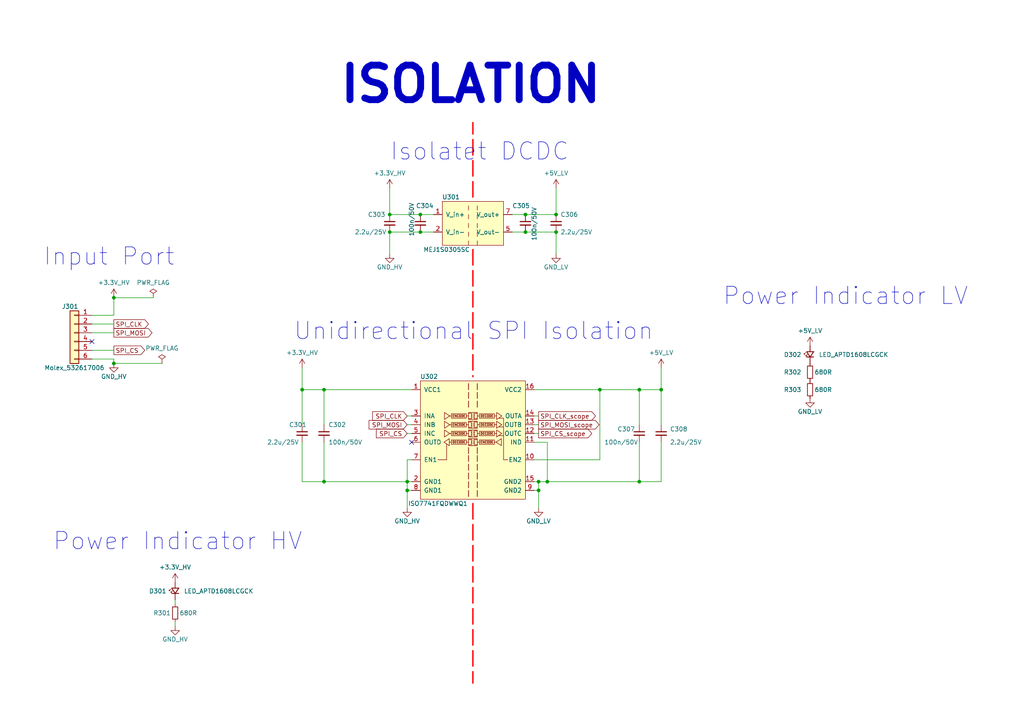
<source format=kicad_sch>
(kicad_sch (version 20211123) (generator eeschema)
  (paper "A4")
  (title_block (title "Isolation") (date "2021-11-12") (rev "V0.1") (company "PADERBORN UNIVERSITY DEPARTMENT OF POWER ELECTRONICS AND ELECTRICAL DRIVES"))
  (lib_symbols
    (symbol "LEA_SymbolLibrary:+3.3V_HV" (power) (pin_numbers hide) (pin_names (offset 0))
      (property "Value" "LEA_SymbolLibrary_+3.3V_HV" (at 0 5.08 0))
      (symbol "+3.3V_HV_1_1"
        (polyline (pts (xy -0.762 1.27) (xy 0 2.54)))
        (polyline (pts (xy 0 0) (xy 0 2.54)))
        (polyline (pts (xy 0 2.54) (xy 0.762 1.27)))
        (pin power_in line (at 0 0 90) (length 0) hide (name "+3.3V_HV") (number "1"))
      )
    )
    (symbol "LEA_SymbolLibrary:+5V_LV" (power) (pin_numbers hide) (pin_names (offset 0))
      (property "Value" "LEA_SymbolLibrary_+5V_LV" (at 0 5.08 0))
      (symbol "+5V_LV_1_1"
        (polyline (pts (xy -0.762 1.27) (xy 0 2.54)))
        (polyline (pts (xy 0 0) (xy 0 2.54)))
        (polyline (pts (xy 0 2.54) (xy 0.762 1.27)))
        (pin power_in line (at 0 0 90) (length 0) hide (name "+5V_LV") (number "1"))
      )
    )
    (symbol "LEA_SymbolLibrary:C_0603_100n_X5R_10P__50V" (pin_numbers hide) (pin_names (offset 0.254) hide)
      (property "Reference" "R" (at 0.762 0.508 0))
      (property "Value" "C_0603_100n_X5R_10P__50V" (at 0.762 -1.016 0))
      (symbol "C_0603_100n_X5R_10P__50V_0_1"
        (polyline (pts (xy -1.524 -0.508) (xy 1.524 -0.508)) (stroke (width 0.3302)))
        (polyline (pts (xy -1.524 0.508) (xy 1.524 0.508)) (stroke (width 0.3048)))
      )
      (symbol "C_0603_100n_X5R_10P__50V_1_1"
        (pin passive line (at 0 2.54 270) (length 2.032) (name "1") (number "1"))
        (pin passive line (at 0 -2.54 90) (length 2.032) (name "2") (number "2"))
      )
    )
    (symbol "LEA_SymbolLibrary:C_0603__2u2_X5R_10P__35V" (pin_numbers hide) (pin_names (offset 0.254) hide)
      (property "Reference" "R" (at 0.762 0.508 0))
      (property "Value" "C_0603__2u2_X5R_10P__35V" (at 0.762 -1.016 0))
      (symbol "C_0603__2u2_X5R_10P__35V_0_1"
        (polyline (pts (xy -1.524 -0.508) (xy 1.524 -0.508)) (stroke (width 0.3302)))
        (polyline (pts (xy -1.524 0.508) (xy 1.524 0.508)) (stroke (width 0.3048)))
      )
      (symbol "C_0603__2u2_X5R_10P__35V_1_1"
        (pin passive line (at 0 2.54 270) (length 2.032) (name "1") (number "1"))
        (pin passive line (at 0 -2.54 90) (length 2.032) (name "2") (number "2"))
      )
    )
    (symbol "LEA_SymbolLibrary:Con_Molex_532617006" (pin_names (offset 1.016) hide)
      (property "Reference" "J" (at -1.27 2.54 0))
      (property "Value" "Con_Molex_532617006" (at 0 -15.24 0))
      (symbol "Con_Molex_532617006_1_1"
        (rectangle (start 1.27 -12.573) (end 0 -12.827) (stroke (width 0.1524)))
        (rectangle (start 1.27 -10.033) (end 0 -10.287) (stroke (width 0.1524)))
        (rectangle (start 1.27 -7.493) (end 0 -7.747) (stroke (width 0.1524)))
        (rectangle (start 1.27 -4.953) (end 0 -5.207) (stroke (width 0.1524)))
        (rectangle (start 1.27 -2.413) (end 0 -2.667) (stroke (width 0.1524)))
        (rectangle (start 1.27 0.127) (end 0 -0.127) (stroke (width 0.1524)))
        (rectangle (start 1.27 1.27) (end -1.27 -13.97) (stroke (width 0.254)) (fill (type background)))
        (pin passive line (at 5.08 0 180) (length 3.81) (name "Pin_1") (number "1"))
        (pin passive line (at 5.08 -2.54 180) (length 3.81) (name "Pin_2") (number "2"))
        (pin passive line (at 5.08 -5.08 180) (length 3.81) (name "Pin_3") (number "3"))
        (pin passive line (at 5.08 -7.62 180) (length 3.81) (name "Pin_4") (number "4"))
        (pin passive line (at 5.08 -10.16 180) (length 3.81) (name "Pin_5") (number "5"))
        (pin passive line (at 5.08 -12.7 180) (length 3.81) (name "Pin_6") (number "6"))
      )
    )
    (symbol "LEA_SymbolLibrary:DCDC_3V3_5V0_MEJ1S0305SC" (pin_names (offset 1.016))
      (property "Reference" "IC" (at -7.62 8.89 0))
      (property "Value" "DCDC_3V3_5V0_MEJ1S0305SC" (at -2.54 -6.35 0))
      (symbol "DCDC_3V3_5V0_MEJ1S0305SC_1_1"
        (rectangle (start -8.89 7.62) (end 8.89 -5.08) (fill (type background)))
        (rectangle (start -1.27 -3.81) (end -1.27 -5.08))
        (rectangle (start -1.27 -1.27) (end -1.27 -2.54))
        (rectangle (start -1.27 1.27) (end -1.27 0))
        (rectangle (start -1.27 3.81) (end -1.27 2.54))
        (rectangle (start -1.27 6.35) (end -1.27 5.08))
        (rectangle (start 1.27 -3.81) (end 1.27 -5.08))
        (rectangle (start 1.27 -1.27) (end 1.27 -2.54))
        (rectangle (start 1.27 1.27) (end 1.27 0))
        (rectangle (start 1.27 3.81) (end 1.27 2.54))
        (rectangle (start 1.27 6.35) (end 1.27 5.08))
        (pin power_in line (at -11.43 3.81 0) (length 2.54) (name "V_in+") (number "1"))
        (pin power_in line (at -11.43 -1.27 0) (length 2.54) (name "V_in-") (number "2"))
        (pin power_out line (at 11.43 -1.27 180) (length 2.54) (name "V_out-") (number "5"))
        (pin power_out line (at 11.43 3.81 180) (length 2.54) (name "V_out+") (number "7"))
      )
    )
    (symbol "LEA_SymbolLibrary:GND_HV" (power) (pin_numbers hide) (pin_names (offset 0))
      (property "Value" "LEA_SymbolLibrary_GND_HV" (at -2.54 5.08 0))
      (symbol "GND_HV_1_1"
        (polyline (pts (xy 0 0) (xy 0 -1.27) (xy 1.27 -1.27) (xy 0 -2.54) (xy -1.27 -1.27) (xy 0 -1.27)))
        (pin power_in line (at 0 0 90) (length 0) hide (name "GND_HV") (number "1"))
      )
    )
    (symbol "LEA_SymbolLibrary:GND_LV" (power) (pin_numbers hide) (pin_names (offset 0))
      (property "Value" "LEA_SymbolLibrary_GND_LV" (at -2.54 5.08 0))
      (symbol "GND_LV_1_1"
        (polyline (pts (xy 0 0) (xy 0 -1.27) (xy 1.27 -1.27) (xy 0 -2.54) (xy -1.27 -1.27) (xy 0 -1.27)))
        (pin power_in line (at 0 0 90) (length 0) hide (name "GND_LV") (number "1"))
      )
    )
    (symbol "LEA_SymbolLibrary:ISO_ISO7741FQDWWQ1" (pin_names (offset 1.016))
      (property "Reference" "IC" (at -14.224 15.24 0))
      (property "Value" "ISO_ISO7741FQDWWQ1" (at -6.858 -21.844 0))
      (symbol "ISO_ISO7741FQDWWQ1_0_1"
        (rectangle (start -15.24 13.97) (end 15.24 -20.32) (fill (type background)))
        (rectangle (start -10.16 -8.89) (end -7.62 -8.89))
        (rectangle (start -7.62 -8.89) (end -7.62 -5.08))
        (rectangle (start -7.62 -5.08) (end -7.62 -4.318))
        (polyline (pts (xy 10.16 -8.89) (xy 8.89 -8.89) (xy 8.89 -1.905) (xy 7.62 -1.905) (xy 8.89 -1.905) (xy 8.89 0.635) (xy 7.62 0.635) (xy 8.89 0.635) (xy 8.89 3.175) (xy 7.62 3.175)))
      )
      (symbol "ISO_ISO7741FQDWWQ1_1_1"
        (rectangle (start -1.905 -3.1496) (end -6.223 -4.4196))
        (rectangle (start -1.905 -0.635) (end -6.223 -1.905))
        (rectangle (start -1.905 1.905) (end -6.223 0.635))
        (rectangle (start -1.905 4.445) (end -6.223 3.175))
        (rectangle (start -1.27 -0.254) (end 1.27 -2.286))
        (rectangle (start -1.27 2.286) (end 1.27 0.254))
        (rectangle (start -1.27 4.826) (end 1.27 2.794))
        (arc (start -0.508 -4.5466) (mid -0.254 -4.2926) (end -0.508 -4.0386))
        (arc (start -0.508 -4.0386) (mid -0.254 -3.7846) (end -0.508 -3.5306))
        (arc (start -0.508 -3.5306) (mid -0.254 -3.2766) (end -0.508 -3.0226))
        (arc (start -0.508 -2.032) (mid -0.254 -1.778) (end -0.508 -1.524))
        (arc (start -0.508 -1.524) (mid -0.254 -1.27) (end -0.508 -1.016))
        (arc (start -0.508 -1.016) (mid -0.254 -0.762) (end -0.508 -0.508))
        (arc (start -0.508 0.508) (mid -0.254 0.762) (end -0.508 1.016))
        (arc (start -0.508 1.016) (mid -0.254 1.27) (end -0.508 1.524))
        (arc (start -0.508 1.524) (mid -0.254 1.778) (end -0.508 2.032))
        (arc (start -0.508 3.048) (mid -0.254 3.302) (end -0.508 3.556))
        (arc (start -0.508 3.556) (mid -0.254 3.81) (end -0.508 4.064))
        (arc (start -0.508 4.064) (mid -0.254 4.318) (end -0.508 4.572))
        (polyline (pts (xy -6.223 -3.7846) (xy -6.858 -3.7846)))
        (polyline (pts (xy -6.223 -1.27) (xy -6.858 -1.27)))
        (polyline (pts (xy -6.223 1.27) (xy -6.858 1.27)))
        (polyline (pts (xy -6.223 3.81) (xy -6.858 3.81)))
        (polyline (pts (xy -1.905 -3.7846) (xy -1.27 -3.7846)))
        (polyline (pts (xy -1.905 -1.27) (xy -1.27 -1.27)))
        (polyline (pts (xy -1.905 1.27) (xy -1.27 1.27)))
        (polyline (pts (xy -1.905 3.81) (xy -1.27 3.81)))
        (polyline (pts (xy -1.27 -4.5466) (xy -0.508 -4.5466)))
        (polyline (pts (xy -1.27 -3.0226) (xy -0.508 -3.0226)))
        (polyline (pts (xy -1.27 -2.032) (xy -0.508 -2.032)))
        (polyline (pts (xy -1.27 -0.508) (xy -0.508 -0.508)))
        (polyline (pts (xy -1.27 0.508) (xy -0.508 0.508)))
        (polyline (pts (xy -1.27 2.032) (xy -0.508 2.032)))
        (polyline (pts (xy -1.27 3.048) (xy -0.508 3.048)))
        (polyline (pts (xy -1.27 4.572) (xy -0.508 4.572)))
        (polyline (pts (xy 0 -22.098) (xy 0 -22.098)) (stroke (width 0.4064)))
        (polyline (pts (xy 0 -18.288) (xy 0 -18.288)) (stroke (width 0.1016)))
        (polyline (pts (xy 0 -17.018) (xy 0 -17.018)) (stroke (width 0.4064)))
        (polyline (pts (xy 0 -13.208) (xy 0 -13.208)) (stroke (width 0.1016)))
        (polyline (pts (xy 0 -11.938) (xy 0 -11.938)) (stroke (width 0.4064)))
        (polyline (pts (xy 0 -8.128) (xy 0 -8.128)) (stroke (width 0.1016)))
        (polyline (pts (xy 0 -7.112) (xy 0 -7.112)) (stroke (width 0.4064)))
        (polyline (pts (xy 0 -3.302) (xy 0 -3.302)) (stroke (width 0.1016)))
        (polyline (pts (xy 0 3.81) (xy 0 3.81)) (stroke (width 0.4064)))
        (polyline (pts (xy 0 7.62) (xy 0 7.62)) (stroke (width 0.1016)))
        (polyline (pts (xy 0 8.89) (xy 0 8.89)) (stroke (width 0.4064)))
        (polyline (pts (xy 0 12.7) (xy 0 12.7)) (stroke (width 0.1016)))
        (polyline (pts (xy 1.27 -4.5466) (xy 0.508 -4.5466)))
        (polyline (pts (xy 1.27 -3.0226) (xy 0.508 -3.0226)))
        (polyline (pts (xy 1.27 -2.032) (xy 0.508 -2.032)))
        (polyline (pts (xy 1.27 -0.508) (xy 0.508 -0.508)))
        (polyline (pts (xy 1.27 0.508) (xy 0.508 0.508)))
        (polyline (pts (xy 1.27 2.032) (xy 0.508 2.032)))
        (polyline (pts (xy 1.27 3.048) (xy 0.508 3.048)))
        (polyline (pts (xy 1.27 4.572) (xy 0.508 4.572)))
        (polyline (pts (xy 1.905 -3.7846) (xy 1.27 -3.7846)))
        (polyline (pts (xy 1.905 -1.27) (xy 1.27 -1.27)))
        (polyline (pts (xy 1.905 1.27) (xy 1.27 1.27)))
        (polyline (pts (xy 1.905 3.81) (xy 1.27 3.81)))
        (polyline (pts (xy 6.223 -3.7846) (xy 6.858 -3.7846)))
        (polyline (pts (xy 6.223 -1.27) (xy 6.858 -1.27)))
        (polyline (pts (xy 6.223 1.27) (xy 6.858 1.27)))
        (polyline (pts (xy 6.223 3.81) (xy 6.858 3.81)))
        (polyline (pts (xy -1.27 -17.78) (xy -1.27 -19.304) (xy -1.27 -19.558)) (stroke (width 0.2032)))
        (polyline (pts (xy -1.27 -15.24) (xy -1.27 -16.764) (xy -1.27 -17.018)) (stroke (width 0.2032)))
        (polyline (pts (xy -1.27 -12.7) (xy -1.27 -14.224) (xy -1.27 -14.478)) (stroke (width 0.2032)))
        (polyline (pts (xy -1.27 -10.16) (xy -1.27 -11.684) (xy -1.27 -11.938)) (stroke (width 0.2032)))
        (polyline (pts (xy -1.27 -7.62) (xy -1.27 -9.144) (xy -1.27 -9.398)) (stroke (width 0.2032)))
        (polyline (pts (xy -1.27 -5.334) (xy -1.27 -6.858) (xy -1.27 -7.112)) (stroke (width 0.2032)))
        (polyline (pts (xy -1.27 8.128) (xy -1.27 6.604) (xy -1.27 6.35)) (stroke (width 0.2032)))
        (polyline (pts (xy -1.27 10.668) (xy -1.27 9.144) (xy -1.27 8.89)) (stroke (width 0.2032)))
        (polyline (pts (xy -1.27 13.208) (xy -1.27 11.684) (xy -1.27 11.43)) (stroke (width 0.2032)))
        (polyline (pts (xy 1.27 -17.78) (xy 1.27 -19.304) (xy 1.27 -19.558)) (stroke (width 0.2032)))
        (polyline (pts (xy 1.27 -15.24) (xy 1.27 -16.764) (xy 1.27 -17.018)) (stroke (width 0.2032)))
        (polyline (pts (xy 1.27 -12.7) (xy 1.27 -14.224) (xy 1.27 -14.478)) (stroke (width 0.2032)))
        (polyline (pts (xy 1.27 -10.16) (xy 1.27 -11.684) (xy 1.27 -11.938)) (stroke (width 0.2032)))
        (polyline (pts (xy 1.27 -7.62) (xy 1.27 -9.144) (xy 1.27 -9.398)) (stroke (width 0.2032)))
        (polyline (pts (xy 1.27 -5.334) (xy 1.27 -6.858) (xy 1.27 -7.112)) (stroke (width 0.2032)))
        (polyline (pts (xy 1.27 8.128) (xy 1.27 6.604) (xy 1.27 6.35)) (stroke (width 0.2032)))
        (polyline (pts (xy 1.27 10.668) (xy 1.27 9.144) (xy 1.27 8.89)) (stroke (width 0.2032)))
        (polyline (pts (xy 1.27 13.208) (xy 1.27 11.684) (xy 1.27 11.43)) (stroke (width 0.2032)))
        (polyline (pts (xy -8.382 -3.7846) (xy -6.858 -2.7686) (xy -6.858 -4.8006) (xy -8.382 -3.7846)))
        (polyline (pts (xy -6.731 -1.27) (xy -8.255 -0.254) (xy -8.255 -2.286) (xy -6.731 -1.27)))
        (polyline (pts (xy -6.731 1.27) (xy -8.255 2.286) (xy -8.255 0.254) (xy -6.731 1.27)))
        (polyline (pts (xy -6.731 3.81) (xy -8.255 4.826) (xy -8.255 2.794) (xy -6.731 3.81)))
        (polyline (pts (xy 6.731 -3.7846) (xy 8.255 -2.7686) (xy 8.255 -4.8006) (xy 6.731 -3.7846)))
        (polyline (pts (xy 8.382 -1.27) (xy 6.858 -0.254) (xy 6.858 -2.286) (xy 8.382 -1.27)))
        (polyline (pts (xy 8.382 1.27) (xy 6.858 2.286) (xy 6.858 0.254) (xy 8.382 1.27)))
        (polyline (pts (xy 8.382 3.81) (xy 6.858 4.826) (xy 6.858 2.794) (xy 8.382 3.81)))
        (arc (start 0.508 -4.0386) (mid 0.254 -4.2926) (end 0.508 -4.5466))
        (arc (start 0.508 -3.5306) (mid 0.254 -3.7846) (end 0.508 -4.0386))
        (arc (start 0.508 -3.0226) (mid 0.254 -3.2766) (end 0.508 -3.5306))
        (arc (start 0.508 -1.524) (mid 0.254 -1.778) (end 0.508 -2.032))
        (arc (start 0.508 -1.016) (mid 0.254 -1.27) (end 0.508 -1.524))
        (arc (start 0.508 -0.508) (mid 0.254 -0.762) (end 0.508 -1.016))
        (arc (start 0.508 1.016) (mid 0.254 0.762) (end 0.508 0.508))
        (arc (start 0.508 1.524) (mid 0.254 1.27) (end 0.508 1.016))
        (arc (start 0.508 2.032) (mid 0.254 1.778) (end 0.508 1.524))
        (arc (start 0.508 3.556) (mid 0.254 3.302) (end 0.508 3.048))
        (arc (start 0.508 4.064) (mid 0.254 3.81) (end 0.508 3.556))
        (arc (start 0.508 4.572) (mid 0.254 4.318) (end 0.508 4.064))
        (rectangle (start 1.27 -2.7686) (end -1.27 -4.8006))
        (rectangle (start 1.905 -3.1496) (end 6.223 -4.4196))
        (rectangle (start 1.905 -0.635) (end 6.223 -1.905))
        (rectangle (start 1.905 1.905) (end 6.223 0.635))
        (rectangle (start 1.905 4.445) (end 6.223 3.175))
        (text "DECODE" (at -4.064 -3.7846 0) (effects (font (size 0.635 0.635))))
        (text "DECODE" (at 4.064 -1.27 0) (effects (font (size 0.635 0.635))))
        (text "DECODE" (at 4.064 1.27 0) (effects (font (size 0.635 0.635))))
        (text "DECODE" (at 4.064 3.81 0) (effects (font (size 0.635 0.635))))
        (text "ENCODE" (at -4.064 -1.27 0) (effects (font (size 0.635 0.635))))
        (text "ENCODE" (at -4.064 1.27 0) (effects (font (size 0.635 0.635))))
        (text "ENCODE" (at -4.064 3.81 0) (effects (font (size 0.635 0.635))))
        (text "ENCODE" (at 4.064 -3.7846 0) (effects (font (size 0.635 0.635))))
        (pin power_in line (at -17.78 11.43 0) (length 2.54) (name "VCC1") (number "1"))
        (pin passive line (at 17.78 -8.89 180) (length 2.54) (name "EN2") (number "10"))
        (pin input line (at 17.78 -3.81 180) (length 2.54) (name "IND") (number "11"))
        (pin output line (at 17.78 -1.27 180) (length 2.54) (name "OUTC") (number "12"))
        (pin output line (at 17.78 1.27 180) (length 2.54) (name "OUTB") (number "13"))
        (pin output line (at 17.78 3.81 180) (length 2.54) (name "OUTA") (number "14"))
        (pin power_in line (at 17.78 -15.24 180) (length 2.54) (name "GND2") (number "15"))
        (pin power_in line (at 17.78 11.43 180) (length 2.54) (name "VCC2") (number "16"))
        (pin power_in line (at -17.78 -15.24 0) (length 2.54) (name "GND1") (number "2"))
        (pin input line (at -17.78 3.81 0) (length 2.54) (name "INA") (number "3"))
        (pin input line (at -17.78 1.27 0) (length 2.54) (name "INB") (number "4"))
        (pin input line (at -17.78 -1.27 0) (length 2.54) (name "INC") (number "5"))
        (pin output line (at -17.78 -3.81 0) (length 2.54) (name "OUTD") (number "6"))
        (pin passive line (at -17.78 -8.89 0) (length 2.54) (name "EN1") (number "7"))
        (pin power_in line (at -17.78 -17.78 0) (length 2.54) (name "GND1") (number "8"))
        (pin power_in line (at 17.78 -17.78 180) (length 2.54) (name "GND2") (number "9"))
      )
    )
    (symbol "LEA_SymbolLibrary:LED_0603_G_2mA_APTD1608LCGCK" (pin_numbers hide) (pin_names (offset 1.016) hide)
      (property "Reference" "D" (at 0 5.08 0))
      (property "Value" "LED_0603_G_2mA_APTD1608LCGCK" (at 0 2.54 0))
      (symbol "LED_0603_G_2mA_APTD1608LCGCK_1_1"
        (polyline (pts (xy -0.6604 -1.0414) (xy -0.6604 0.9906)) (stroke (width 0.254)))
        (polyline (pts (xy 0.8636 -1.0414) (xy -0.6604 -0.0254) (xy 0.8636 0.9906) (xy 0.8636 -1.0414)) (stroke (width 0.254)))
        (polyline (pts (xy 0.1016 0.7366) (xy -0.4064 1.2446) (xy -0.1524 1.2446) (xy -0.4064 1.2446) (xy -0.4064 0.9906)))
        (polyline (pts (xy 0.6096 1.2446) (xy 0.1016 1.7526) (xy 0.3556 1.7526) (xy 0.1016 1.7526) (xy 0.1016 1.4986)))
        (pin passive line (at 2.54 0 180) (length 1.6002) (name "A") (number "A"))
        (pin passive line (at -2.54 0 0) (length 1.778) (name "C") (number "C"))
      )
    )
    (symbol "LEA_SymbolLibrary:R_0603_680R_THICK__1P__75V" (pin_numbers hide) (pin_names (offset 0.254) hide)
      (property "Reference" "R" (at 0.762 0.508 0))
      (property "Value" "R_0603_680R_THICK__1P__75V" (at 0.762 -1.016 0))
      (symbol "R_0603_680R_THICK__1P__75V_0_1"
        (rectangle (start -0.762 1.778) (end 0.762 -1.778) (stroke (width 0.2032)))
      )
      (symbol "R_0603_680R_THICK__1P__75V_1_1"
        (pin passive line (at 0 2.54 270) (length 0.762) (name "~") (number "1"))
        (pin passive line (at 0 -2.54 90) (length 0.762) (name "~") (number "2"))
      )
    )
    (symbol "power:PWR_FLAG" (power) (pin_numbers hide) (pin_names (offset 0) hide)
      (property "Value" "PWR_FLAG" (at 0 3.81 0))
      (symbol "PWR_FLAG_0_0"
        (pin power_out line (at 0 0 90) (length 0) (name "pwr") (number "1"))
      )
      (symbol "PWR_FLAG_0_1"
        (polyline (pts (xy 0 0) (xy 0 1.27) (xy -1.016 1.905) (xy 0 2.54) (xy 1.016 1.905) (xy 0 1.27)))
      )
    )
  )
  (junction (at 152.4 67.31))
  (junction (at 113.03 62.23))
  (junction (at 33.02 86.36))
  (junction (at 156.21 142.24))
  (junction (at 118.11 139.7))
  (junction (at 87.63 113.03))
  (junction (at 161.29 62.23))
  (junction (at 173.99 113.03))
  (junction (at 113.03 67.31))
  (junction (at 121.92 67.31))
  (junction (at 161.29 67.31))
  (junction (at 93.98 113.03))
  (junction (at 152.4 62.23))
  (junction (at 93.98 139.7))
  (junction (at 156.21 139.7))
  (junction (at 158.75 139.7))
  (junction (at 33.02 105.41))
  (junction (at 121.92 62.23))
  (junction (at 191.77 113.03))
  (junction (at 118.11 142.24))
  (junction (at 185.42 139.7))
  (junction (at 185.42 113.03))
  (no_connect (at 119.38 128.27))
  (no_connect (at 26.67 99.06))
  (wire (pts (xy 152.4 67.31) (xy 161.29 67.31)))
  (wire (pts (xy 173.99 133.35) (xy 173.99 113.03)))
  (wire (pts (xy 118.11 125.73) (xy 119.38 125.73)))
  (wire (pts (xy 173.99 113.03) (xy 185.42 113.03)))
  (wire (pts (xy 26.67 101.6) (xy 33.02 101.6)))
  (wire (pts (xy 185.42 139.7) (xy 185.42 128.27)))
  (wire (pts (xy 152.4 62.23) (xy 161.29 62.23)))
  (wire (pts (xy 87.63 106.68) (xy 87.63 113.03)))
  (wire (pts (xy 93.98 123.19) (xy 93.98 113.03)))
  (wire (pts (xy 118.11 139.7) (xy 118.11 142.24)))
  (wire (pts (xy 93.98 139.7) (xy 118.11 139.7)))
  (wire (pts (xy 154.94 128.27) (xy 158.75 128.27)))
  (wire (pts (xy 185.42 139.7) (xy 191.77 139.7)))
  (wire (pts (xy 161.29 67.31) (xy 161.29 73.66)))
  (wire (pts (xy 26.67 104.14) (xy 33.02 104.14)))
  (wire (pts (xy 191.77 139.7) (xy 191.77 128.27)))
  (wire (pts (xy 87.63 113.03) (xy 93.98 113.03)))
  (wire (pts (xy 113.03 62.23) (xy 121.92 62.23)))
  (wire (pts (xy 148.59 62.23) (xy 152.4 62.23)))
  (wire (pts (xy 156.21 142.24) (xy 156.21 147.32)))
  (wire (pts (xy 118.11 120.65) (xy 119.38 120.65)))
  (wire (pts (xy 50.8 173.99) (xy 50.8 175.26)))
  (wire (pts (xy 119.38 139.7) (xy 118.11 139.7)))
  (wire (pts (xy 33.02 91.44) (xy 33.02 86.36)))
  (polyline (pts (xy 137.16 146.05) (xy 137.16 198.12)) (stroke (width 0.4064) (color 255 0 0 1)))
  (wire (pts (xy 50.8 180.34) (xy 50.8 181.61)))
  (wire (pts (xy 158.75 139.7) (xy 185.42 139.7)))
  (wire (pts (xy 119.38 142.24) (xy 118.11 142.24)))
  (wire (pts (xy 156.21 139.7) (xy 158.75 139.7)))
  (wire (pts (xy 33.02 104.14) (xy 33.02 105.41)))
  (wire (pts (xy 158.75 128.27) (xy 158.75 139.7)))
  (wire (pts (xy 26.67 91.44) (xy 33.02 91.44)))
  (wire (pts (xy 87.63 139.7) (xy 87.63 128.27)))
  (wire (pts (xy 121.92 67.31) (xy 125.73 67.31)))
  (wire (pts (xy 93.98 128.27) (xy 93.98 139.7)))
  (wire (pts (xy 113.03 67.31) (xy 113.03 73.66)))
  (wire (pts (xy 191.77 113.03) (xy 191.77 106.68)))
  (wire (pts (xy 154.94 142.24) (xy 156.21 142.24)))
  (polyline (pts (xy 137.16 72.39) (xy 137.16 109.22)) (stroke (width 0.4064) (color 255 0 0 1)))
  (wire (pts (xy 154.94 120.65) (xy 156.21 120.65)))
  (wire (pts (xy 185.42 113.03) (xy 185.42 123.19)))
  (wire (pts (xy 118.11 133.35) (xy 118.11 139.7)))
  (wire (pts (xy 154.94 133.35) (xy 173.99 133.35)))
  (wire (pts (xy 118.11 142.24) (xy 118.11 147.32)))
  (wire (pts (xy 154.94 123.19) (xy 156.21 123.19)))
  (wire (pts (xy 154.94 139.7) (xy 156.21 139.7)))
  (wire (pts (xy 156.21 139.7) (xy 156.21 142.24)))
  (wire (pts (xy 33.02 96.52) (xy 26.67 96.52)))
  (wire (pts (xy 46.99 105.41) (xy 33.02 105.41)))
  (wire (pts (xy 148.59 67.31) (xy 152.4 67.31)))
  (polyline (pts (xy 137.16 57.15) (xy 137.16 35.56)) (stroke (width 0.4064) (color 255 0 0 1)))
  (wire (pts (xy 154.94 125.73) (xy 156.21 125.73)))
  (wire (pts (xy 26.67 93.98) (xy 33.02 93.98)))
  (wire (pts (xy 191.77 113.03) (xy 185.42 113.03)))
  (wire (pts (xy 119.38 123.19) (xy 118.11 123.19)))
  (wire (pts (xy 87.63 123.19) (xy 87.63 113.03)))
  (wire (pts (xy 44.45 86.36) (xy 33.02 86.36)))
  (wire (pts (xy 125.73 62.23) (xy 121.92 62.23)))
  (wire (pts (xy 154.94 113.03) (xy 173.99 113.03)))
  (wire (pts (xy 119.38 133.35) (xy 118.11 133.35)))
  (wire (pts (xy 161.29 62.23) (xy 161.29 54.61)))
  (wire (pts (xy 93.98 139.7) (xy 87.63 139.7)))
  (wire (pts (xy 113.03 67.31) (xy 121.92 67.31)))
  (wire (pts (xy 93.98 113.03) (xy 119.38 113.03)))
  (wire (pts (xy 113.03 62.23) (xy 113.03 54.61)))
  (wire (pts (xy 191.77 123.19) (xy 191.77 113.03)))
  (text "Power Indicator LV" (at 209.55 88.9 0) (effects (font (size 5.0038 5.0038)) (justify left bottom)))
  (text "Power Indicator HV" (at 15.24 160.02 0) (effects (font (size 5.0038 5.0038)) (justify left bottom)))
  (text "ISOLATION" (at 175.26 30.48 180) (effects (font (size 10.0076 10.0076) (thickness 2.0015) bold) (justify right bottom)))
  (text "Input Port\n" (at 50.8 77.47 180) (effects (font (size 5.0038 5.0038)) (justify right bottom)))
  (text "Isolatet DCDC\n" (at 113.03 46.99 0) (effects (font (size 5.0038 5.0038)) (justify left bottom)))
  (text "Unidirectional SPI Isolation\n" (at 85.09 99.06 0) (effects (font (size 5.0038 5.0038)) (justify left bottom)))
  (global_label "SPI_CS" (shape input) (at 118.11 125.73 180) (property "Intersheet References" "${INTERSHEET_REFS}" (effects hide)))
  (global_label "SPI_MOSI" (shape output) (at 33.02 96.52 0) (property "Intersheet References" "${INTERSHEET_REFS}" (effects hide)))
  (global_label "SPI_CS" (shape output) (at 33.02 101.6 0) (property "Intersheet References" "${INTERSHEET_REFS}" (effects hide)))
  (global_label "SPI_MOSI_scope" (shape output) (at 156.21 123.19 0) (property "Intersheet References" "${INTERSHEET_REFS}" (effects hide)))
  (global_label "SPI_CS_scope" (shape output) (at 156.21 125.73 0) (property "Intersheet References" "${INTERSHEET_REFS}" (effects hide)))
  (global_label "SPI_CLK" (shape output) (at 33.02 93.98 0) (property "Intersheet References" "${INTERSHEET_REFS}" (effects hide)))
  (global_label "SPI_CLK" (shape input) (at 118.11 120.65 180) (property "Intersheet References" "${INTERSHEET_REFS}" (effects hide)))
  (global_label "SPI_CLK_scope" (shape output) (at 156.21 120.65 0) (property "Intersheet References" "${INTERSHEET_REFS}" (effects hide)))
  (global_label "SPI_MOSI" (shape input) (at 118.11 123.19 180) (property "Intersheet References" "${INTERSHEET_REFS}" (effects hide)))
  (symbol (lib_id "LEA_SymbolLibrary:C_0603_100n_X5R_10P__50V") (at 93.98 125.73 0) (unit 1)
    (property "Reference" "C302" (at 95.25 123.19 0) (effects (justify left)))
    (property "Value" "100n/50V" (at 95.25 128.27 0) (effects (justify left)))
    (property "Footprint" "LEA_FootprintLibrary:C_0603" (effects hide))
    (property "manf#" "C1608X5R1H104K" (effects hide))
    (property "Manufacturer" "TDK" (effects hide))
    (property "mouser#" "810-C1608X5R1H104K" (effects hide))
  )
  (symbol (lib_id "LEA_SymbolLibrary:C_0603_100n_X5R_10P__50V") (at 185.42 125.73 0) (unit 1)
    (property "Reference" "C307" (at 179.07 124.46 0) (effects (justify left)))
    (property "Value" "100n/50V" (at 175.26 128.27 0) (effects (justify left)))
    (property "Footprint" "LEA_FootprintLibrary:C_0603" (effects hide))
    (property "manf#" "C1608X5R1H104K" (effects hide))
    (property "Manufacturer" "TDK" (effects hide))
    (property "mouser#" "810-C1608X5R1H104K" (effects hide))
  )
  (symbol (lib_id "LEA_SymbolLibrary:C_0603_100n_X5R_10P__50V") (at 152.4 64.77 0) (unit 1)
    (property "Reference" "C305" (at 148.59 59.69 0) (effects (justify left)))
    (property "Value" "100n/50V" (at 154.94 69.85 90) (effects (justify left)))
    (property "Footprint" "LEA_FootprintLibrary:C_0603" (effects hide))
    (property "manf#" "C1608X5R1H104K" (effects hide))
    (property "Manufacturer" "TDK" (effects hide))
    (property "mouser#" "810-C1608X5R1H104K" (effects hide))
  )
  (symbol (lib_id "LEA_SymbolLibrary:C_0603__2u2_X5R_10P__35V") (at 161.29 64.77 0) (unit 1)
    (property "Reference" "C306" (at 162.56 62.23 0) (effects (justify left)))
    (property "Value" "2.2u/25V" (at 162.56 67.31 0) (effects (justify left)))
    (property "Footprint" "LEA_FootprintLibrary:C_0603" (effects hide))
    (property "manf#" "C1608X5R1V225K" (effects hide))
    (property "Manufacturer" "TDK" (effects hide))
    (property "mouser#" "810-C1608X5R1V225K" (effects hide))
  )
  (symbol (lib_id "LEA_SymbolLibrary:C_0603_100n_X5R_10P__50V") (at 121.92 64.77 0) (unit 1)
    (property "Reference" "C304" (at 120.65 59.69 0) (effects (justify left)))
    (property "Value" "100n/50V" (at 119.38 68.58 90) (effects (justify left)))
    (property "Footprint" "LEA_FootprintLibrary:C_0603" (effects hide))
    (property "manf#" "C1608X5R1H104K" (effects hide))
    (property "Manufacturer" "TDK" (effects hide))
    (property "mouser#" "810-C1608X5R1H104K" (effects hide))
  )
  (symbol (lib_id "LEA_SymbolLibrary:C_0603__2u2_X5R_10P__35V") (at 113.03 64.77 0) (unit 1)
    (property "Reference" "C303" (at 106.68 62.23 0) (effects (justify left)))
    (property "Value" "2.2u/25V" (at 102.87 67.31 0) (effects (justify left)))
    (property "Footprint" "LEA_FootprintLibrary:C_0603" (effects hide))
    (property "manf#" "C1608X5R1V225K" (effects hide))
    (property "Manufacturer" "TDK" (effects hide))
    (property "mouser#" "810-C1608X5R1V225K" (effects hide))
  )
  (symbol (lib_id "LEA_SymbolLibrary:C_0603__2u2_X5R_10P__35V") (at 87.63 125.73 0) (unit 1)
    (property "Reference" "C301" (at 83.82 123.19 0) (effects (justify left)))
    (property "Value" "2.2u/25V" (at 77.47 128.27 0) (effects (justify left)))
    (property "Footprint" "LEA_FootprintLibrary:C_0603" (effects hide))
    (property "manf#" "C1608X5R1V225K" (effects hide))
    (property "Manufacturer" "TDK" (effects hide))
    (property "mouser#" "810-C1608X5R1V225K" (effects hide))
  )
  (symbol (lib_id "LEA_SymbolLibrary:C_0603__2u2_X5R_10P__35V") (at 191.77 125.73 0) (unit 1)
    (property "Reference" "C308" (at 194.31 124.46 0) (effects (justify left)))
    (property "Value" "2.2u/25V" (at 194.31 128.27 0) (effects (justify left)))
    (property "Footprint" "LEA_FootprintLibrary:C_0603" (effects hide))
    (property "manf#" "C1608X5R1V225K" (effects hide))
    (property "Manufacturer" "TDK" (effects hide))
    (property "mouser#" "810-C1608X5R1V225K" (effects hide))
  )
  (symbol (lib_id "LEA_SymbolLibrary:+5V_LV") (at 161.29 54.61 0) (unit 1)
    (property "Reference" "#PWR0101" (effects hide))
    (property "Value" "+5V_LV" (at 161.29 50.2158 0))
  )
  (symbol (lib_id "LEA_SymbolLibrary:Con_Molex_532617006") (at 21.59 91.44 0) (unit 1)
    (property "Reference" "J301" (at 20.32 88.9 0))
    (property "Value" "Molex_532617006" (at 21.59 106.68 0))
    (property "Footprint" "LEA_FootprintLibrary:6-PinHeader_Molex_532617006" (effects hide))
    (property "Datasheet" "https://www.molex.com/pdm_docs/sd/532617006_sd.pdf" (effects hide))
    (property "Manufacturer" "Molex" (effects hide))
    (property "Mouser No" "538-53261-7006" (effects hide))
    (property "mouser#" "538-53261-7006" (effects hide))
    (property "manf#" "53261-7006" (effects hide))
  )
  (symbol (lib_id "LEA_SymbolLibrary:DCDC_3V3_5V0_MEJ1S0305SC") (at 137.16 66.04 0) (unit 1)
    (property "Reference" "U301" (at 130.81 57.15 0))
    (property "Value" "MEJ1S0305SC" (at 129.54 72.39 0))
    (property "Footprint" "LEA_FootprintLibrary:SIP-7_Murata_MEJ1S0305SC" (effects hide))
    (property "Datasheet" "https://www.murata.com/products/productdata/8807029768222/kdc-mej1.pdf?1620963016000" (effects hide))
    (property "Mouser No" "580-MEJ1S0305SC" (effects hide))
    (property "Manufacturer" "Murata" (effects hide))
    (property "mouser#" "580-MEJ1S0305SC" (effects hide))
    (property "manf#" "MEJ1S0305SC" (effects hide))
  )
  (symbol (lib_id "LEA_SymbolLibrary:R_0603_680R_THICK__1P__75V") (at 50.8 177.8 0) (unit 1)
    (property "Reference" "R301" (at 44.45 177.8 0) (effects (justify left)))
    (property "Value" "680R" (at 52.07 177.8 0) (effects (justify left)))
    (property "Footprint" "LEA_FootprintLibrary:R_0603" (effects hide))
    (property "manf#" "CRCW0603680RFKEAC" (effects hide))
    (property "Manufacturer" "Vishay" (effects hide))
    (property "mouser#" "71-CRCW0603680RFKEAC" (effects hide))
  )
  (symbol (lib_id "LEA_SymbolLibrary:+3.3V_HV") (at 50.8 168.91 0) (unit 1)
    (property "Reference" "#PWR0303" (effects hide))
    (property "Value" "+3.3V_HV" (at 50.8 164.5158 0))
  )
  (symbol (lib_id "LEA_SymbolLibrary:GND_HV") (at 50.8 181.61 0) (unit 1)
    (property "Reference" "#PWR0304" (effects hide))
    (property "Value" "GND_HV" (at 50.8 185.42 0))
  )
  (symbol (lib_id "LEA_SymbolLibrary:GND_LV") (at 234.95 115.57 0) (unit 1)
    (property "Reference" "#PWR0314" (effects hide))
    (property "Value" "GND_LV" (at 234.95 119.38 0))
  )
  (symbol (lib_id "LEA_SymbolLibrary:+5V_LV") (at 234.95 100.33 0) (unit 1)
    (property "Reference" "#PWR0313" (effects hide))
    (property "Value" "+5V_LV" (at 234.95 95.9358 0))
  )
  (symbol (lib_id "LEA_SymbolLibrary:R_0603_680R_THICK__1P__75V") (at 234.95 107.95 0) (unit 1)
    (property "Reference" "R302" (at 227.33 107.95 0) (effects (justify left)))
    (property "Value" "680R" (at 236.22 107.95 0) (effects (justify left)))
    (property "Footprint" "LEA_FootprintLibrary:R_0603" (effects hide))
    (property "manf#" "CRCW0603680RFKEAC" (effects hide))
    (property "Manufacturer" "Vishay" (effects hide))
    (property "mouser#" "71-CRCW0603680RFKEAC" (effects hide))
  )
  (symbol (lib_id "LEA_SymbolLibrary:R_0603_680R_THICK__1P__75V") (at 234.95 113.03 0) (unit 1)
    (property "Reference" "R303" (at 227.33 113.03 0) (effects (justify left)))
    (property "Value" "680R" (at 236.22 113.03 0) (effects (justify left)))
    (property "Footprint" "LEA_FootprintLibrary:R_0603" (effects hide))
    (property "manf#" "CRCW0603680RFKEAC" (effects hide))
    (property "Manufacturer" "Vishay" (effects hide))
    (property "mouser#" "71-CRCW0603680RFKEAC" (effects hide))
  )
  (symbol (lib_id "LEA_SymbolLibrary:+3.3V_HV") (at 33.02 86.36 0) (unit 1)
    (property "Reference" "#PWR0301" (effects hide))
    (property "Value" "+3.3V_HV" (at 33.02 81.9658 0))
  )
  (symbol (lib_id "LEA_SymbolLibrary:+3.3V_HV") (at 113.03 54.61 0) (unit 1)
    (property "Reference" "#PWR0306" (effects hide))
    (property "Value" "+3.3V_HV" (at 113.03 50.2158 0))
  )
  (symbol (lib_id "LEA_SymbolLibrary:+3.3V_HV") (at 87.63 106.68 0) (unit 1)
    (property "Reference" "#PWR0305" (effects hide))
    (property "Value" "+3.3V_HV" (at 87.63 102.2858 0))
  )
  (symbol (lib_id "LEA_SymbolLibrary:GND_HV") (at 33.02 105.41 0) (unit 1)
    (property "Reference" "#PWR0302" (effects hide))
    (property "Value" "GND_HV" (at 33.02 109.22 0))
  )
  (symbol (lib_id "LEA_SymbolLibrary:GND_HV") (at 113.03 73.66 0) (unit 1)
    (property "Reference" "#PWR0307" (effects hide))
    (property "Value" "GND_HV" (at 113.03 77.47 0))
  )
  (symbol (lib_id "LEA_SymbolLibrary:GND_HV") (at 118.11 147.32 0) (unit 1)
    (property "Reference" "#PWR0308" (effects hide))
    (property "Value" "GND_HV" (at 118.11 151.13 0))
  )
  (symbol (lib_id "power:PWR_FLAG") (at 44.45 86.36 0) (unit 1)
    (property "Reference" "#FLG0301" (effects hide))
    (property "Value" "PWR_FLAG" (at 44.45 81.9658 0))
  )
  (symbol (lib_id "power:PWR_FLAG") (at 46.99 105.41 0) (unit 1)
    (property "Reference" "#FLG0302" (effects hide))
    (property "Value" "PWR_FLAG" (at 46.99 101.0158 0))
  )
  (symbol (lib_id "LEA_SymbolLibrary:GND_LV") (at 161.29 73.66 0) (unit 1)
    (property "Reference" "#PWR0311" (effects hide))
    (property "Value" "GND_LV" (at 161.29 77.47 0))
  )
  (symbol (lib_id "LEA_SymbolLibrary:GND_LV") (at 156.21 147.32 0) (unit 1)
    (property "Reference" "#PWR0309" (effects hide))
    (property "Value" "GND_LV" (at 156.21 151.13 0))
  )
  (symbol (lib_id "LEA_SymbolLibrary:+5V_LV") (at 191.77 106.68 0) (unit 1)
    (property "Reference" "#PWR0312" (effects hide))
    (property "Value" "+5V_LV" (at 191.77 102.2858 0))
  )
  (symbol (lib_id "LEA_SymbolLibrary:LED_0603_G_2mA_APTD1608LCGCK") (at 234.95 102.87 90) (unit 1)
    (property "Reference" "D302" (at 227.33 102.87 90) (effects (justify right)))
    (property "Value" "LED_APTD1608LCGCK" (at 237.49 102.87 90) (effects (justify right)))
    (property "Footprint" "LEA_FootprintLibrary:LED_0603" (effects hide))
    (property "Datasheet" "https://www.mouser.de/datasheet/2/216/APTD1608LCGCK-1102124.pdf" (effects hide))
    (property "Manufacturer" "Kingbright" (effects hide))
    (property "Mouser No" "604-APTD1608LCGCK" (effects hide))
    (property "Mfr. No" "APTD1608LCGCK" (effects hide))
    (property "mouser#" "604-APTD1608LCGCK" (effects hide))
    (property "manf#" "APTD1608LCGCK" (effects hide))
  )
  (symbol (lib_id "LEA_SymbolLibrary:ISO_ISO7741FQDWWQ1") (at 137.16 124.46 0) (unit 1)
    (property "Reference" "U302" (at 124.46 109.22 0))
    (property "Value" "ISO7741FQDWWQ1" (at 127 146.05 0))
    (property "Footprint" "LEA_FootprintLibrary:SOIC-16_TI_DWW0016A_Optimized" (effects hide))
    (property "Datasheet" "https://www.ti.com/lit/ds/symlink/iso7741-q1.pdf?ts=1637972753620&ref_url=https%253A%252F%252Fwww.ti.com%252Fproduct%252FISO7741-Q1" (effects hide))
    (property "Manufacturer" "Texas Instruments" (effects hide))
    (property "Mouser No" "595-ISO7741FQDWWQ1" (effects hide))
    (property "Mfr. No" "ISO7741FQDWWQ1" (effects hide))
    (property "mouser#" "595-ISO7741FQDWWQ1" (effects hide))
    (property "manf#" "ISO7741FQDWWQ1" (effects hide))
  )
  (symbol (lib_id "LEA_SymbolLibrary:LED_0603_G_2mA_APTD1608LCGCK") (at 50.8 171.45 90) (unit 1)
    (property "Reference" "D301" (at 43.18 171.45 90) (effects (justify right)))
    (property "Value" "LED_APTD1608LCGCK" (at 53.34 171.45 90) (effects (justify right)))
    (property "Footprint" "LEA_FootprintLibrary:LED_0603" (effects hide))
    (property "Datasheet" "https://www.mouser.de/datasheet/2/216/APTD1608LCGCK-1102124.pdf" (effects hide))
    (property "Manufacturer" "Kingbright" (effects hide))
    (property "Mouser No" "604-APTD1608LCGCK" (effects hide))
    (property "Mfr. No" "APTD1608LCGCK" (effects hide))
    (property "mouser#" "604-APTD1608LCGCK" (effects hide))
    (property "manf#" "APTD1608LCGCK" (effects hide))
  )
)
</source>
